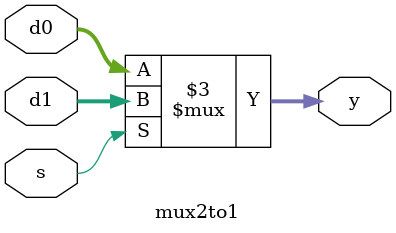
<source format=sv>
module mux2to1
	#(parameter width = 256 )
	(input logic [width-1:0] d0,d1,
	input logic s,
	output logic [width-1:0] y);
	always_comb begin 
		if(s)
			y = d1;
		else 
			y = d0;
		end
endmodule

</source>
